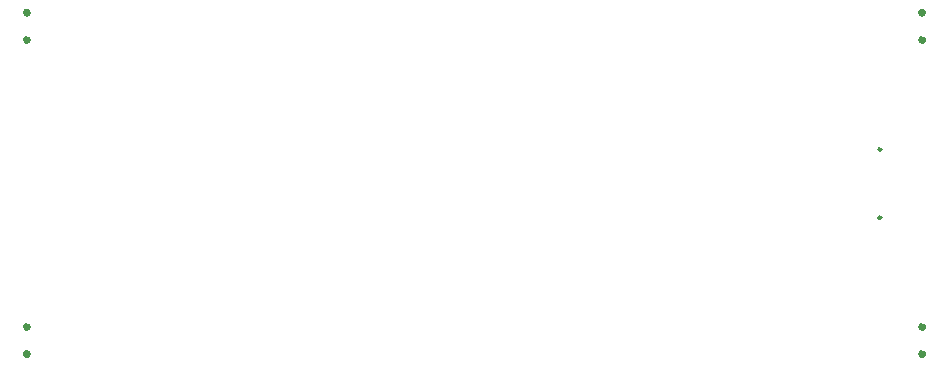
<source format=gbr>
%TF.GenerationSoftware,KiCad,Pcbnew,7.0.9*%
%TF.CreationDate,2023-12-05T10:32:21+01:00*%
%TF.ProjectId,USB E-Paper thing,55534220-452d-4506-9170-657220746869,rev?*%
%TF.SameCoordinates,Original*%
%TF.FileFunction,Other,Comment*%
%FSLAX46Y46*%
G04 Gerber Fmt 4.6, Leading zero omitted, Abs format (unit mm)*
G04 Created by KiCad (PCBNEW 7.0.9) date 2023-12-05 10:32:21*
%MOMM*%
%LPD*%
G01*
G04 APERTURE LIST*
%ADD10C,0.350000*%
%ADD11C,0.250000*%
G04 APERTURE END LIST*
D10*
%TO.C,SW3*%
X77580000Y32800000D02*
G75*
G03*
X77580000Y32800000I-180000J0D01*
G01*
X77580000Y30500000D02*
G75*
G03*
X77580000Y30500000I-180000J0D01*
G01*
%TO.C,SW4*%
X77580000Y6200000D02*
G75*
G03*
X77580000Y6200000I-180000J0D01*
G01*
X77580000Y3900000D02*
G75*
G03*
X77580000Y3900000I-180000J0D01*
G01*
%TO.C,SW1*%
X1780000Y30500000D02*
G75*
G03*
X1780000Y30500000I-180000J0D01*
G01*
X1780000Y32800000D02*
G75*
G03*
X1780000Y32800000I-180000J0D01*
G01*
%TO.C,SW2*%
X1780000Y3900000D02*
G75*
G03*
X1780000Y3900000I-180000J0D01*
G01*
X1780000Y6200000D02*
G75*
G03*
X1780000Y6200000I-180000J0D01*
G01*
D11*
%TO.C,J6*%
X73940000Y15450000D02*
G75*
G03*
X73940000Y15450000I-120000J0D01*
G01*
X73940000Y21240000D02*
G75*
G03*
X73940000Y21240000I-120000J0D01*
G01*
%TD*%
M02*

</source>
